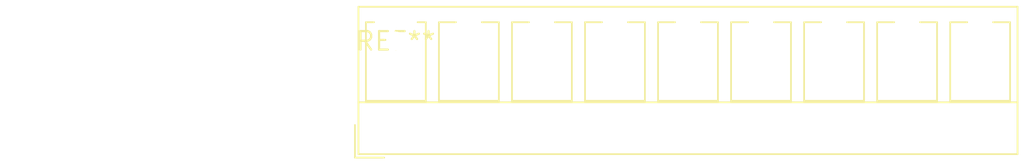
<source format=kicad_pcb>
(kicad_pcb (version 20240108) (generator pcbnew)
  (layers (0 "F.Cu" signal) (31 "B.Cu" signal) (34 "B.Paste" user) (35 "F.Paste" user) (36 "B.SilkS" user "B.Silkscreen") (37 "F.SilkS" user "F.Silkscreen") (38 "B.Mask" user) (39 "F.Mask" user) (44 "Edge.Cuts" user))
  (net 0 "")
  (footprint "TerminalBlock_RND_205-00283_1x09_P5.00mm_Vertical" (layer "F.Cu") (at 0 0)
    (property "Reference" "REF**")
    (property "Value" "TerminalBlock_RND_205-00283_1x09_P5.00mm_Vertical")
    (fp_line (start -2.8 5.76) (end -2.8 8) (layer "F.SilkS") (stroke (width 0.12)))
    (fp_line (start -2.8 8) (end -0.8 8) (layer "F.SilkS") (stroke (width 0.12)))
    (fp_line (start -2.56 -2.36) (end -2.56 7.76) (layer "F.SilkS") (stroke (width 0.12)))
    (fp_line (start -2.56 -2.36) (end 42.56 -2.36) (layer "F.SilkS") (stroke (width 0.12)))
    (fp_line (start -2.56 4.2) (end 42.56 4.2) (layer "F.SilkS") (stroke (width 0.12)))
    (fp_line (start -2.56 7.76) (end 42.56 7.76) (layer "F.SilkS") (stroke (width 0.12)))
    (fp_line (start -2.05 -1.3) (end -2.05 4.1) (layer "F.SilkS") (stroke (width 0.12)))
    (fp_line (start -2.05 -1.3) (end -1.49 -1.3) (layer "F.SilkS") (stroke (width 0.12)))
    (fp_line (start -2.05 4.1) (end 2.05 4.1) (layer "F.SilkS") (stroke (width 0.12)))
    (fp_line (start 1.49 -1.3) (end 2.05 -1.3) (layer "F.SilkS") (stroke (width 0.12)))
    (fp_line (start 2.05 -1.3) (end 2.05 4.1) (layer "F.SilkS") (stroke (width 0.12)))
    (fp_line (start 2.95 -1.3) (end 2.95 4.1) (layer "F.SilkS") (stroke (width 0.12)))
    (fp_line (start 2.95 -1.3) (end 4.117 -1.3) (layer "F.SilkS") (stroke (width 0.12)))
    (fp_line (start 2.95 4.1) (end 7.05 4.1) (layer "F.SilkS") (stroke (width 0.12)))
    (fp_line (start 5.884 -1.3) (end 7.05 -1.3) (layer "F.SilkS") (stroke (width 0.12)))
    (fp_line (start 7.05 -1.3) (end 7.05 4.1) (layer "F.SilkS") (stroke (width 0.12)))
    (fp_line (start 7.95 -1.3) (end 7.95 4.1) (layer "F.SilkS") (stroke (width 0.12)))
    (fp_line (start 7.95 -1.3) (end 9.117 -1.3) (layer "F.SilkS") (stroke (width 0.12)))
    (fp_line (start 7.95 4.1) (end 12.05 4.1) (layer "F.SilkS") (stroke (width 0.12)))
    (fp_line (start 10.884 -1.3) (end 12.05 -1.3) (layer "F.SilkS") (stroke (width 0.12)))
    (fp_line (start 12.05 -1.3) (end 12.05 4.1) (layer "F.SilkS") (stroke (width 0.12)))
    (fp_line (start 12.95 -1.3) (end 12.95 4.1) (layer "F.SilkS") (stroke (width 0.12)))
    (fp_line (start 12.95 -1.3) (end 14.117 -1.3) (layer "F.SilkS") (stroke (width 0.12)))
    (fp_line (start 12.95 4.1) (end 17.05 4.1) (layer "F.SilkS") (stroke (width 0.12)))
    (fp_line (start 15.884 -1.3) (end 17.05 -1.3) (layer "F.SilkS") (stroke (width 0.12)))
    (fp_line (start 17.05 -1.3) (end 17.05 4.1) (layer "F.SilkS") (stroke (width 0.12)))
    (fp_line (start 17.95 -1.3) (end 17.95 4.1) (layer "F.SilkS") (stroke (width 0.12)))
    (fp_line (start 17.95 -1.3) (end 19.117 -1.3) (layer "F.SilkS") (stroke (width 0.12)))
    (fp_line (start 17.95 4.1) (end 22.05 4.1) (layer "F.SilkS") (stroke (width 0.12)))
    (fp_line (start 20.884 -1.3) (end 22.05 -1.3) (layer "F.SilkS") (stroke (width 0.12)))
    (fp_line (start 22.05 -1.3) (end 22.05 4.1) (layer "F.SilkS") (stroke (width 0.12)))
    (fp_line (start 22.95 -1.3) (end 22.95 4.1) (layer "F.SilkS") (stroke (width 0.12)))
    (fp_line (start 22.95 -1.3) (end 24.117 -1.3) (layer "F.SilkS") (stroke (width 0.12)))
    (fp_line (start 22.95 4.1) (end 27.05 4.1) (layer "F.SilkS") (stroke (width 0.12)))
    (fp_line (start 25.884 -1.3) (end 27.05 -1.3) (layer "F.SilkS") (stroke (width 0.12)))
    (fp_line (start 27.05 -1.3) (end 27.05 4.1) (layer "F.SilkS") (stroke (width 0.12)))
    (fp_line (start 27.95 -1.3) (end 27.95 4.1) (layer "F.SilkS") (stroke (width 0.12)))
    (fp_line (start 27.95 -1.3) (end 29.117 -1.3) (layer "F.SilkS") (stroke (width 0.12)))
    (fp_line (start 27.95 4.1) (end 32.05 4.1) (layer "F.SilkS") (stroke (width 0.12)))
    (fp_line (start 30.884 -1.3) (end 32.05 -1.3) (layer "F.SilkS") (stroke (width 0.12)))
    (fp_line (start 32.05 -1.3) (end 32.05 4.1) (layer "F.SilkS") (stroke (width 0.12)))
    (fp_line (start 32.95 -1.3) (end 32.95 4.1) (layer "F.SilkS") (stroke (width 0.12)))
    (fp_line (start 32.95 -1.3) (end 34.117 -1.3) (layer "F.SilkS") (stroke (width 0.12)))
    (fp_line (start 32.95 4.1) (end 37.05 4.1) (layer "F.SilkS") (stroke (width 0.12)))
    (fp_line (start 35.884 -1.3) (end 37.05 -1.3) (layer "F.SilkS") (stroke (width 0.12)))
    (fp_line (start 37.05 -1.3) (end 37.05 4.1) (layer "F.SilkS") (stroke (width 0.12)))
    (fp_line (start 37.95 -1.3) (end 37.95 4.1) (layer "F.SilkS") (stroke (width 0.12)))
    (fp_line (start 37.95 -1.3) (end 39.117 -1.3) (layer "F.SilkS") (stroke (width 0.12)))
    (fp_line (start 37.95 4.1) (end 42.05 4.1) (layer "F.SilkS") (stroke (width 0.12)))
    (fp_line (start 40.884 -1.3) (end 42.05 -1.3) (layer "F.SilkS") (stroke (width 0.12)))
    (fp_line (start 42.05 -1.3) (end 42.05 4.1) (layer "F.SilkS") (stroke (width 0.12)))
    (fp_line (start 42.56 -2.36) (end 42.56 7.76) (layer "F.SilkS") (stroke (width 0.12)))
    (pad "1" thru_hole rect (at 0 0) (size 2.5 2.5) (drill 1.3) (layers *.Cu *.Mask) (remove_unused_layers))
    (pad "2" thru_hole circle (at 5 0) (size 2.5 2.5) (drill 1.3) (layers *.Cu *.Mask) (remove_unused_layers))
    (pad "3" thru_hole circle (at 10 0) (size 2.5 2.5) (drill 1.3) (layers *.Cu *.Mask) (remove_unused_layers))
    (pad "4" thru_hole circle (at 15 0) (size 2.5 2.5) (drill 1.3) (layers *.Cu *.Mask) (remove_unused_layers))
    (pad "5" thru_hole circle (at 20 0) (size 2.5 2.5) (drill 1.3) (layers *.Cu *.Mask) (remove_unused_layers))
    (pad "6" thru_hole circle (at 25 0) (size 2.5 2.5) (drill 1.3) (layers *.Cu *.Mask) (remove_unused_layers))
    (pad "7" thru_hole circle (at 30 0) (size 2.5 2.5) (drill 1.3) (layers *.Cu *.Mask) (remove_unused_layers))
    (pad "8" thru_hole circle (at 35 0) (size 2.5 2.5) (drill 1.3) (layers *.Cu *.Mask) (remove_unused_layers))
    (pad "9" thru_hole circle (at 40 0) (size 2.5 2.5) (drill 1.3) (layers *.Cu *.Mask) (remove_unused_layers))
  )
)
</source>
